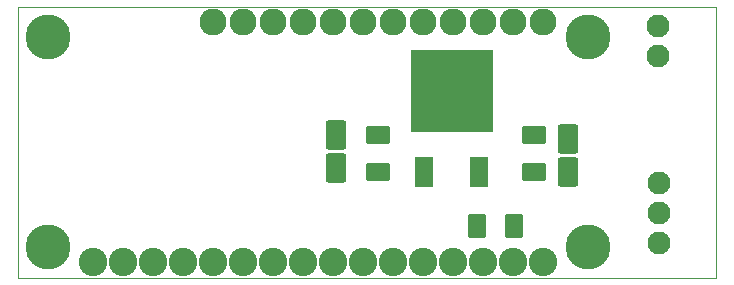
<source format=gbr>
G04 PROTEUS RS274X GERBER FILE*
%FSLAX26Y26*%
%MOIN*%
G01*
%ADD29C,0.095000*%
%ADD15C,0.065354*%
%ADD72C,0.090000*%
%ADD17C,0.150000*%
%ADD18C,0.076772*%
%AMPPAD023*
4,1,4,
-0.032480,0.032480,
0.032480,0.032480,
0.032480,-0.032480,
-0.032480,-0.032480,
-0.032480,0.032480,
0*%
%ADD73PPAD023*%
%ADD71C,0.064961*%
%AMPPAD024*
4,1,48,
-0.020000,0.040000,
0.020000,0.040000,
0.021039,0.039950,
0.022044,0.039801,
0.023011,0.039559,
0.024812,0.038814,
0.026404,0.037750,
0.027750,0.036403,
0.028813,0.034812,
0.029559,0.033011,
0.029801,0.032044,
0.029950,0.031039,
0.030000,0.030000,
0.030000,-0.030000,
0.029950,-0.031039,
0.029801,-0.032044,
0.029559,-0.033011,
0.028813,-0.034812,
0.027750,-0.036403,
0.026404,-0.037750,
0.024812,-0.038814,
0.023011,-0.039559,
0.022044,-0.039801,
0.021039,-0.039950,
0.020000,-0.040000,
-0.020000,-0.040000,
-0.021039,-0.039950,
-0.022044,-0.039801,
-0.023011,-0.039559,
-0.024812,-0.038814,
-0.026404,-0.037750,
-0.027750,-0.036403,
-0.028813,-0.034812,
-0.029559,-0.033011,
-0.029801,-0.032044,
-0.029950,-0.031039,
-0.030000,-0.030000,
-0.030000,0.030000,
-0.029950,0.031039,
-0.029801,0.032044,
-0.029559,0.033011,
-0.028813,0.034812,
-0.027750,0.036403,
-0.026404,0.037750,
-0.024812,0.038814,
-0.023011,0.039559,
-0.022044,0.039801,
-0.021039,0.039950,
-0.020000,0.040000,
0*%
%ADD30PPAD024*%
%AMPPAD025*
4,1,48,
-0.034000,-0.039000,
-0.034000,0.039000,
-0.033950,0.040039,
-0.033801,0.041044,
-0.033559,0.042011,
-0.032814,0.043812,
-0.031750,0.045404,
-0.030403,0.046750,
-0.028812,0.047813,
-0.027011,0.048559,
-0.026044,0.048801,
-0.025039,0.048950,
-0.024000,0.049000,
0.024000,0.049000,
0.025039,0.048950,
0.026044,0.048801,
0.027011,0.048559,
0.028812,0.047813,
0.030403,0.046750,
0.031750,0.045404,
0.032814,0.043812,
0.033559,0.042011,
0.033801,0.041044,
0.033950,0.040039,
0.034000,0.039000,
0.034000,-0.039000,
0.033950,-0.040039,
0.033801,-0.041044,
0.033559,-0.042011,
0.032814,-0.043812,
0.031750,-0.045404,
0.030403,-0.046750,
0.028812,-0.047813,
0.027011,-0.048559,
0.026044,-0.048801,
0.025039,-0.048950,
0.024000,-0.049000,
-0.024000,-0.049000,
-0.025039,-0.048950,
-0.026044,-0.048801,
-0.027011,-0.048559,
-0.028812,-0.047813,
-0.030403,-0.046750,
-0.031750,-0.045404,
-0.032814,-0.043812,
-0.033559,-0.042011,
-0.033801,-0.041044,
-0.033950,-0.040039,
-0.034000,-0.039000,
0*%
%ADD31PPAD025*%
%AMPPAD026*
4,1,48,
-0.040000,-0.020000,
-0.040000,0.020000,
-0.039950,0.021039,
-0.039801,0.022044,
-0.039559,0.023011,
-0.038814,0.024812,
-0.037750,0.026404,
-0.036403,0.027750,
-0.034812,0.028813,
-0.033011,0.029559,
-0.032044,0.029801,
-0.031039,0.029950,
-0.030000,0.030000,
0.030000,0.030000,
0.031039,0.029950,
0.032044,0.029801,
0.033011,0.029559,
0.034812,0.028813,
0.036403,0.027750,
0.037750,0.026404,
0.038814,0.024812,
0.039559,0.023011,
0.039801,0.022044,
0.039950,0.021039,
0.040000,0.020000,
0.040000,-0.020000,
0.039950,-0.021039,
0.039801,-0.022044,
0.039559,-0.023011,
0.038814,-0.024812,
0.037750,-0.026404,
0.036403,-0.027750,
0.034812,-0.028813,
0.033011,-0.029559,
0.032044,-0.029801,
0.031039,-0.029950,
0.030000,-0.030000,
-0.030000,-0.030000,
-0.031039,-0.029950,
-0.032044,-0.029801,
-0.033011,-0.029559,
-0.034812,-0.028813,
-0.036403,-0.027750,
-0.037750,-0.026404,
-0.038814,-0.024812,
-0.039559,-0.023011,
-0.039801,-0.022044,
-0.039950,-0.021039,
-0.040000,-0.020000,
0*%
%ADD32PPAD026*%
%AMPPAD027*
4,1,4,
-0.029528,0.049213,
0.029528,0.049213,
0.029528,-0.049213,
-0.029528,-0.049213,
-0.029528,0.049213,
0*%
%ADD33PPAD027*%
%AMPPAD028*
4,1,4,
-0.137795,0.137795,
0.137795,0.137795,
0.137795,-0.137795,
-0.137795,-0.137795,
-0.137795,0.137795,
0*%
%ADD34PPAD028*%
%ADD25C,0.004000*%
D29*
X+1026276Y+279819D03*
X+1126276Y+279819D03*
X+1226276Y+279819D03*
X+1326276Y+279819D03*
X+1426276Y+279819D03*
X+1526276Y+279819D03*
X+1626276Y+279819D03*
X+1726276Y+279819D03*
X+1826276Y+279819D03*
X+1926276Y+279819D03*
X+2026276Y+279819D03*
X+2126276Y+279819D03*
X+2226276Y+279819D03*
X+2326276Y+279819D03*
X+2426276Y+279819D03*
X+2526276Y+279819D03*
D15*
X+2526276Y+1079819D03*
X+2426276Y+1079819D03*
X+2326276Y+1079819D03*
X+2226276Y+1079819D03*
X+2126276Y+1079819D03*
X+2026276Y+1079819D03*
X+1926276Y+1079819D03*
X+1826276Y+1079819D03*
X+1726276Y+1079819D03*
X+1626276Y+1079819D03*
X+1526276Y+1079819D03*
D72*
X+1426276Y+1079819D03*
D17*
X+876276Y+329819D03*
X+876276Y+1029819D03*
X+2676276Y+329819D03*
X+2676276Y+1029819D03*
D72*
X+2526276Y+1079331D03*
X+2426276Y+1079331D03*
X+2326276Y+1079331D03*
X+2226276Y+1079331D03*
X+2126276Y+1079331D03*
X+2026276Y+1079331D03*
X+1926276Y+1079331D03*
X+1826276Y+1079331D03*
X+1726276Y+1079331D03*
X+1626276Y+1079331D03*
X+1526276Y+1079331D03*
X+1426276Y+1079331D03*
D18*
X+2909653Y+967874D03*
X+2909653Y+1067874D03*
X+2912149Y+342583D03*
X+2912149Y+442583D03*
X+2912149Y+542583D03*
D73*
X+1026276Y+279819D03*
D71*
X+1126276Y+279819D03*
X+1226276Y+279819D03*
X+1326276Y+279819D03*
X+1426276Y+279819D03*
X+1526276Y+279819D03*
X+1626276Y+279819D03*
X+1726276Y+279819D03*
X+1826276Y+279819D03*
X+1926276Y+279819D03*
X+2026276Y+279819D03*
X+2126276Y+279819D03*
X+2226276Y+279819D03*
X+2326276Y+279819D03*
X+2426276Y+279819D03*
X+2526276Y+279819D03*
D30*
X+2305134Y+401575D03*
X+2429134Y+401575D03*
D31*
X+2610236Y+578740D03*
X+2610236Y+688976D03*
D32*
X+2496063Y+578740D03*
X+2496063Y+702740D03*
D33*
X+2129921Y+579528D03*
D34*
X+2220472Y+851181D03*
D33*
X+2311024Y+579528D03*
D32*
X+1976378Y+704724D03*
X+1976378Y+580724D03*
D31*
X+1834646Y+704724D03*
X+1834646Y+594488D03*
D25*
X+775591Y+228346D02*
X+3102362Y+228346D01*
X+3102362Y+1129921D01*
X+775591Y+1129921D01*
X+775591Y+228346D01*
M02*

</source>
